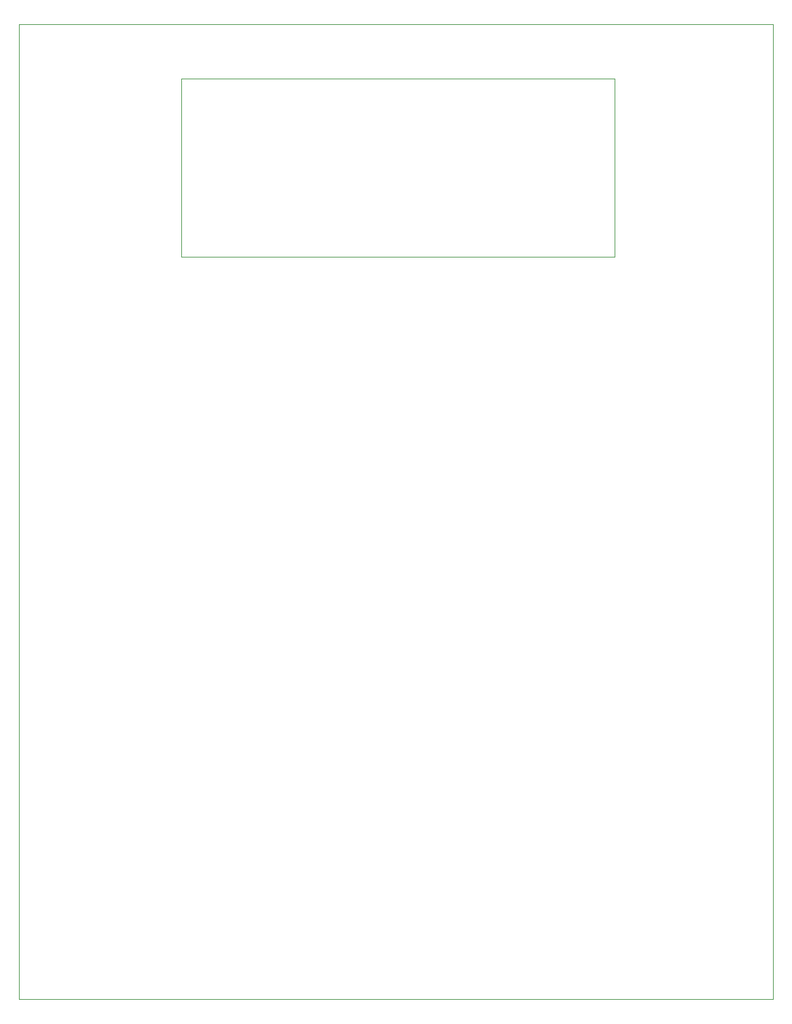
<source format=gm1>
G04 #@! TF.GenerationSoftware,KiCad,Pcbnew,5.1.7-a382d34a8~88~ubuntu18.04.1*
G04 #@! TF.CreationDate,2021-11-24T17:02:52+01:00*
G04 #@! TF.ProjectId,DE10-LiteShield,44453130-2d4c-4697-9465-536869656c64,rev?*
G04 #@! TF.SameCoordinates,Original*
G04 #@! TF.FileFunction,Profile,NP*
%FSLAX46Y46*%
G04 Gerber Fmt 4.6, Leading zero omitted, Abs format (unit mm)*
G04 Created by KiCad (PCBNEW 5.1.7-a382d34a8~88~ubuntu18.04.1) date 2021-11-24 17:02:52*
%MOMM*%
%LPD*%
G01*
G04 APERTURE LIST*
G04 #@! TA.AperFunction,Profile*
%ADD10C,0.050000*%
G04 #@! TD*
G04 APERTURE END LIST*
D10*
X103000000Y-40000000D02*
X103000000Y-103600000D01*
X103000000Y-40000000D02*
X200500000Y-40000000D01*
X200500000Y-150000000D02*
X200500000Y-166000000D01*
X103000000Y-150000000D02*
X103000000Y-166000000D01*
X103000000Y-135000000D02*
X103000000Y-150000000D01*
X200500000Y-135000000D02*
X200500000Y-150000000D01*
X200500000Y-135000000D02*
X200500000Y-120000000D01*
X103000000Y-120000000D02*
X103000000Y-135000000D01*
X124000000Y-47000000D02*
X124000000Y-70000000D01*
X180000000Y-47000000D02*
X124000000Y-47000000D01*
X180000000Y-70000000D02*
X180000000Y-47000000D01*
X124000000Y-70000000D02*
X180000000Y-70000000D01*
X103000000Y-166000000D02*
X200500000Y-166000000D01*
X103000000Y-103600000D02*
X103000000Y-120000000D01*
X200500000Y-103600000D02*
X200500000Y-120000000D01*
X200500000Y-40000000D02*
X200500000Y-103600000D01*
M02*

</source>
